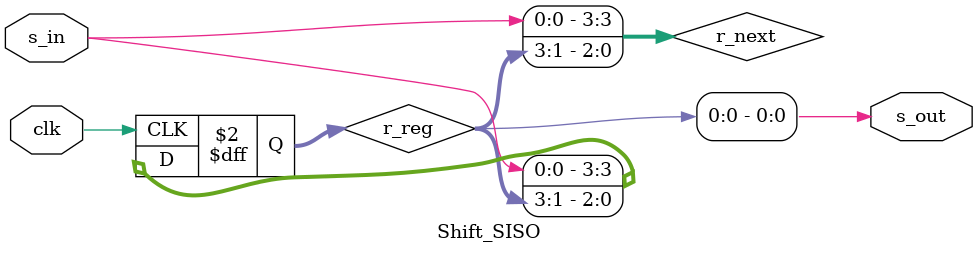
<source format=v>
`timescale 1ns / 1ps
module Shift_SISO
#(parameter N= 4) // 500,000,000 for 0.1Hz 
( input wire clk,s_in,
output wire s_out );
// signal declaration
reg [N-1:0] r_reg;
wire [N-1:0] r_next;
// body, register
always @(posedge clk) 
r_reg<=r_next;
// next state logic [IMPORTANT]
assign r_next = {s_in,r_reg[N-1: 1]};
// output logic 
assign s_out= r_reg[0];
endmodule


</source>
